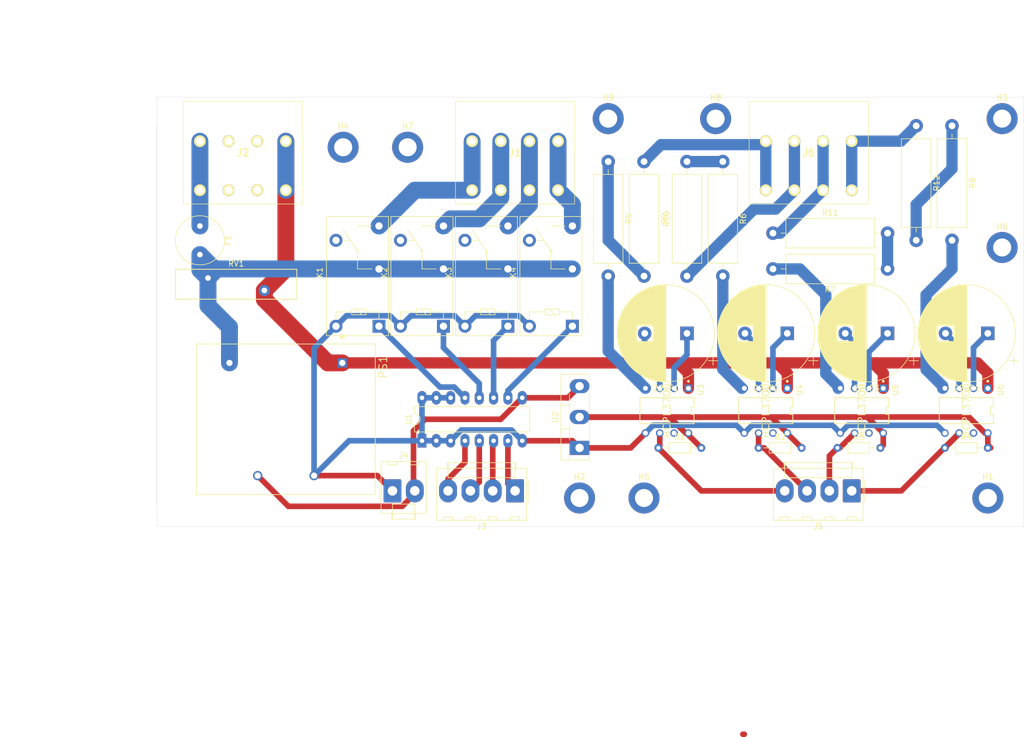
<source format=kicad_pcb>
(kicad_pcb (version 20171130) (host pcbnew "(5.1.6)-1")
  (layers (0 F.Cu signal) (31 B.Cu signal) (34 B.Paste user hide) (35 F.Paste user hide) (36 B.SilkS user hide) (37 F.SilkS user hide) (38 B.Mask user) (39 F.Mask user) (44 Edge.Cuts user))
  (net 0 "")
  (net 1 "220VAC(L)")
  (net 2 "220VAC(N)")
  (net 3 5V+)
  (net 4 "Net-(R5-Pad2)")
  (net 5 "Net-(R6-Pad2)")
  (net 6 3.3V+)
  (net 7 Sens4)
  (net 8 Sens3)
  (net 9 Sens2)
  (net 10 Sens1)
  (net 11 REO4)
  (net 12 REO3)
  (net 13 REO2)
  (net 14 REO1)
  (net 15 GPIO32)
  (net 16 "Net-(22uF1-Pad2)")
  (net 17 "Net-(22uF1-Pad1)")
  (net 18 "Net-(22uF2-Pad2)")
  (net 19 "Net-(22uF2-Pad1)")
  (net 20 "Net-(22uF3-Pad2)")
  (net 21 "Net-(22uF3-Pad1)")
  (net 22 "Net-(22uF4-Pad2)")
  (net 23 "Net-(22uF4-Pad1)")
  (net 24 "Net-(R11-Pad2)")
  (net 25 "Net-(R12-Pad2)")
  (net 26 "GND(5V)")
  (net 27 REI1)
  (net 28 REI2)
  (net 29 REI3)
  (net 30 REI4)
  (net 31 "Net-(F1-Pad1)")
  (net 32 "Net-(J5-Pad4)")
  (net 33 "Net-(J5-Pad3)")
  (net 34 "Net-(J5-Pad2)")
  (net 35 "Net-(J5-Pad1)")
  (net 36 "Net-(J3-Pad4)")
  (net 37 "Net-(J3-Pad3)")
  (net 38 "Net-(J3-Pad2)")
  (net 39 "Net-(J3-Pad1)")
  (net 40 "Net-(R5-Pad1)")
  (net 41 "Net-(R10-Pad2)")
  (net 42 "Net-(R7-Pad2)")
  (net 43 "Net-(R8-Pad2)")
  (module Resistor_THT:R_Axial_DIN0516_L15.5mm_D5.0mm_P20.32mm_Horizontal (layer F.Cu) (at 162.56 16.51 270)
    (fp_text reference R8 (at 10.16 -3.62 90) (layer F.SilkS))
    (fp_text value 47k)
    (pad 2 thru_hole oval (at 20.32 0 270) (size 2.4 2.4) (drill 1.2) (layers *.Cu *.Mask) (net 43 "Net-(R8-Pad2)"))
    (pad 1 thru_hole circle (at 0 0 270) (size 2.4 2.4) (drill 1.2) (layers *.Cu *.Mask) (net 25 "Net-(R12-Pad2)"))
  )
  (module Resistor_THT:R_Axial_DIN0516_L15.5mm_D5.0mm_P20.32mm_Horizontal (layer F.Cu) (at 156.21 16.51 270)
    (fp_text reference R12 (at 10.16 -3.62 90) (layer F.SilkS))
    (fp_text value 47k)
    (pad 2 thru_hole oval (at 20.32 0 270) (size 2.4 2.4) (drill 1.2) (layers *.Cu *.Mask) (net 25 "Net-(R12-Pad2)"))
    (pad 1 thru_hole circle (at 0 0 270) (size 2.4 2.4) (drill 1.2) (layers *.Cu *.Mask) (net 7 Sens4))
  )
  (module Resistor_THT:R_Axial_DIN0516_L15.5mm_D5.0mm_P20.32mm_Horizontal (layer F.Cu) (at 130.81 35.56)
    (fp_text reference R11 (at 10.16 -3.62) (layer F.SilkS))
    (fp_text value 47k)
    (pad 2 thru_hole oval (at 20.32 0) (size 2.4 2.4) (drill 1.2) (layers *.Cu *.Mask) (net 24 "Net-(R11-Pad2)"))
    (pad 1 thru_hole circle (at 0 0) (size 2.4 2.4) (drill 1.2) (layers *.Cu *.Mask) (net 8 Sens3))
  )
  (module Resistor_THT:R_Axial_DIN0516_L15.5mm_D5.0mm_P20.32mm_Horizontal (layer F.Cu) (at 115.57 43.18 90)
    (fp_text reference R10 (at 10.16 -3.62 90) (layer F.SilkS))
    (fp_text value 47k)
    (pad 2 thru_hole oval (at 20.32 0 90) (size 2.4 2.4) (drill 1.2) (layers *.Cu *.Mask) (net 41 "Net-(R10-Pad2)"))
    (pad 1 thru_hole circle (at 0 0 90) (size 2.4 2.4) (drill 1.2) (layers *.Cu *.Mask) (net 9 Sens2))
  )
  (module Resistor_THT:R_Axial_DIN0516_L15.5mm_D5.0mm_P20.32mm_Horizontal (layer F.Cu) (at 107.95 22.86 270)
    (fp_text reference R9 (at 10.16 -3.62 90) (layer F.SilkS))
    (fp_text value 47k)
    (pad 2 thru_hole oval (at 20.32 0 270) (size 2.4 2.4) (drill 1.2) (layers *.Cu *.Mask) (net 40 "Net-(R5-Pad1)"))
    (pad 1 thru_hole circle (at 0 0 270) (size 2.4 2.4) (drill 1.2) (layers *.Cu *.Mask) (net 10 Sens1))
  )
  (module Resistor_THT:R_Axial_DIN0516_L15.5mm_D5.0mm_P20.32mm_Horizontal (layer F.Cu) (at 151.13 41.91 180)
    (fp_text reference R7 (at 10.16 -3.62) (layer F.SilkS))
    (fp_text value 47k)
    (pad 2 thru_hole oval (at 20.32 0 180) (size 2.4 2.4) (drill 1.2) (layers *.Cu *.Mask) (net 42 "Net-(R7-Pad2)"))
    (pad 1 thru_hole circle (at 0 0 180) (size 2.4 2.4) (drill 1.2) (layers *.Cu *.Mask) (net 24 "Net-(R11-Pad2)"))
  )
  (module Resistor_THT:R_Axial_DIN0516_L15.5mm_D5.0mm_P20.32mm_Horizontal (layer F.Cu) (at 121.92 22.86 270)
    (fp_text reference R6 (at 10.16 -3.62 90) (layer F.SilkS))
    (fp_text value 47k)
    (pad 2 thru_hole oval (at 20.32 0 270) (size 2.4 2.4) (drill 1.2) (layers *.Cu *.Mask) (net 5 "Net-(R6-Pad2)"))
    (pad 1 thru_hole circle (at 0 0 270) (size 2.4 2.4) (drill 1.2) (layers *.Cu *.Mask) (net 41 "Net-(R10-Pad2)"))
  )
  (module Resistor_THT:R_Axial_DIN0516_L15.5mm_D5.0mm_P20.32mm_Horizontal (layer F.Cu) (at 101.6 22.86 270)
    (fp_text reference R5 (at 10.16 -3.62 90) (layer F.SilkS))
    (fp_text value 47k)
    (pad 2 thru_hole oval (at 20.32 0 270) (size 2.4 2.4) (drill 1.2) (layers *.Cu *.Mask) (net 4 "Net-(R5-Pad2)"))
    (pad 1 thru_hole circle (at 0 0 270) (size 2.4 2.4) (drill 1.2) (layers *.Cu *.Mask) (net 40 "Net-(R5-Pad1)"))
  )
  (module Package_TO_SOT_THT:TO-218-3_Vertical (layer F.Cu) (at 96.52 73.66 90)
    (fp_text reference U2 (at 5.475 -4.29 90) (layer F.SilkS))
    (fp_text value LD1117S33TR_SOT223)
    (pad 3 thru_hole oval (at 10.95 0 90) (size 2.5 3.5) (drill 1.5) (layers *.Cu *.Mask) (net 3 5V+))
    (pad 2 thru_hole oval (at 5.475 0 90) (size 2.5 3.5) (drill 1.5) (layers *.Cu *.Mask) (net 6 3.3V+))
    (pad 1 thru_hole rect (at 0 0 90) (size 2.5 3.5) (drill 1.5) (layers *.Cu *.Mask) (net 26 "GND(5V)"))
  )
  (module Connector_Molex:Molex_KK-396_A-41791-0004_1x04_P3.96mm_Vertical (layer F.Cu) (at 144.78 81.28 180)
    (fp_text reference J5 (at 5.94 -6.31) (layer F.SilkS))
    (fp_text value Conn_01x04)
    (pad 4 thru_hole oval (at 11.88 0 180) (size 3.16 4.1) (drill 1.7) (layers *.Cu *.Mask) (net 32 "Net-(J5-Pad4)"))
    (pad 3 thru_hole oval (at 7.92 0 180) (size 3.16 4.1) (drill 1.7) (layers *.Cu *.Mask) (net 33 "Net-(J5-Pad3)"))
    (pad 2 thru_hole oval (at 3.96 0 180) (size 3.16 4.1) (drill 1.7) (layers *.Cu *.Mask) (net 34 "Net-(J5-Pad2)"))
    (pad 1 thru_hole roundrect (at 0 0 180) (size 3.16 4.1) (drill 1.7) (layers *.Cu *.Mask) (roundrect_rratio 0.079114) (net 35 "Net-(J5-Pad1)"))
  )
  (module Connector_Molex:Molex_KK-396_A-41791-0004_1x04_P3.96mm_Vertical (layer F.Cu) (at 85.09 81.28 180)
    (fp_text reference J3 (at 5.94 -6.31) (layer F.SilkS))
    (fp_text value Conn_01x04)
    (pad 4 thru_hole oval (at 11.88 0 180) (size 3.16 4.1) (drill 1.7) (layers *.Cu *.Mask) (net 36 "Net-(J3-Pad4)"))
    (pad 3 thru_hole oval (at 7.92 0 180) (size 3.16 4.1) (drill 1.7) (layers *.Cu *.Mask) (net 37 "Net-(J3-Pad3)"))
    (pad 2 thru_hole oval (at 3.96 0 180) (size 3.16 4.1) (drill 1.7) (layers *.Cu *.Mask) (net 38 "Net-(J3-Pad2)"))
    (pad 1 thru_hole roundrect (at 0 0 180) (size 3.16 4.1) (drill 1.7) (layers *.Cu *.Mask) (roundrect_rratio 0.079114) (net 39 "Net-(J3-Pad1)"))
  )
  (module Connector_Molex:Molex_KK-396_A-41791-0002_1x02_P3.96mm_Vertical (layer F.Cu) (at 63.35 81.28)
    (fp_text reference J4 (at 1.98 -6.31) (layer F.SilkS))
    (fp_text value Conn_01x02)
    (pad 2 thru_hole oval (at 3.96 0) (size 3.16 4.1) (drill 1.7) (layers *.Cu *.Mask) (net 3 5V+))
    (pad 1 thru_hole roundrect (at 0 0) (size 3.16 4.1) (drill 1.7) (layers *.Cu *.Mask) (roundrect_rratio 0.079114) (net 26 "GND(5V)"))
  )
  (module Capacitor_THT:CP_Radial_D17.0mm_P7.50mm (layer F.Cu) (at 151.13 53.34 180)
    (fp_text reference 22uF3 (at 3.75 -9.75) (layer F.SilkS))
    (fp_text value CP_Small)
    (pad 2 thru_hole circle (at 7.5 0 180) (size 2.4 2.4) (drill 1.2) (layers *.Cu *.Mask) (net 20 "Net-(22uF3-Pad2)"))
    (pad 1 thru_hole rect (at 0 0 180) (size 2.4 2.4) (drill 1.2) (layers *.Cu *.Mask) (net 21 "Net-(22uF3-Pad1)"))
  )
  (module Capacitor_THT:CP_Radial_D17.0mm_P7.50mm (layer F.Cu) (at 168.91 53.34 180)
    (fp_text reference 22uF4 (at 3.75 -9.75) (layer F.SilkS))
    (fp_text value CP_Small)
    (pad 2 thru_hole circle (at 7.5 0 180) (size 2.4 2.4) (drill 1.2) (layers *.Cu *.Mask) (net 22 "Net-(22uF4-Pad2)"))
    (pad 1 thru_hole rect (at 0 0 180) (size 2.4 2.4) (drill 1.2) (layers *.Cu *.Mask) (net 23 "Net-(22uF4-Pad1)"))
  )
  (module Capacitor_THT:CP_Radial_D17.0mm_P7.50mm (layer F.Cu) (at 133.35 53.34 180)
    (fp_text reference 22uF2 (at 3.75 -9.75) (layer F.SilkS))
    (fp_text value CP_Small)
    (pad 2 thru_hole circle (at 7.5 0 180) (size 2.4 2.4) (drill 1.2) (layers *.Cu *.Mask) (net 18 "Net-(22uF2-Pad2)"))
    (pad 1 thru_hole rect (at 0 0 180) (size 2.4 2.4) (drill 1.2) (layers *.Cu *.Mask) (net 19 "Net-(22uF2-Pad1)"))
  )
  (module Capacitor_THT:CP_Radial_D17.0mm_P7.50mm (layer F.Cu) (at 115.57 53.34 180)
    (fp_text reference 22uF1 (at 3.75 -9.75) (layer F.SilkS))
    (fp_text value CP_Small)
    (pad 2 thru_hole circle (at 7.5 0 180) (size 2.4 2.4) (drill 1.2) (layers *.Cu *.Mask) (net 16 "Net-(22uF1-Pad2)"))
    (pad 1 thru_hole rect (at 0 0 180) (size 2.4 2.4) (drill 1.2) (layers *.Cu *.Mask) (net 17 "Net-(22uF1-Pad1)"))
  )
  (module rac05-05sk:277 (layer F.Cu) (at 44.45 68.58 270)
    (fp_text reference PS1 (at -9.255 -17.239 90) (layer F.SilkS) (effects (font (size 1.4 1.4))))
    (fp_text value RAC05-05SK_277)
    (pad 9 thru_hole circle (at 10 -5 270) (size 1.65 1.65) (drill 1.1) (layers *.Cu *.Mask) (net 26 "GND(5V)"))
    (pad 7 thru_hole circle (at 10 5 270) (size 1.65 1.65) (drill 1.1) (layers *.Cu *.Mask) (net 3 5V+))
    (pad 5 thru_hole circle (at -10 10 270) (size 1.65 1.65) (drill 1.1) (layers *.Cu *.Mask) (net 1 "220VAC(L)"))
    (pad 1 thru_hole rect (at -10 -10 270) (size 1.65 1.65) (drill 1.1) (layers *.Cu *.Mask) (net 2 "220VAC(N)"))
  )
  (module HCPL:ON_Semi-CASE_62605_ISSUE_P-0-0-0 (layer F.Cu) (at 165.1 67.056 270)
    (fp_text reference U6 (at -4.77 -5.995 90) (layer F.SilkS) (effects (justify right)))
    (fp_text value HCPL3700 (at 0 0 90) (layer F.SilkS) (effects (font (size 1.27 1.27))))
    (pad 8 thru_hole circle (at 3.97 -3.81 270) (size 1.35 1.35) (drill 0.85) (layers *.Cu) (net 6 3.3V+))
    (pad 7 thru_hole circle (at 3.97 -1.27 270) (size 1.35 1.35) (drill 0.85) (layers *.Cu))
    (pad 6 thru_hole circle (at 3.97 1.27 270) (size 1.35 1.35) (drill 0.85) (layers *.Cu) (net 35 "Net-(J5-Pad1)"))
    (pad 5 thru_hole circle (at 3.97 3.81 270) (size 1.35 1.35) (drill 0.85) (layers *.Cu) (net 26 "GND(5V)"))
    (pad 4 thru_hole circle (at -3.97 3.81 270) (size 1.35 1.35) (drill 0.85) (layers *.Cu) (net 43 "Net-(R8-Pad2)"))
    (pad 3 thru_hole circle (at -3.97 1.27 270) (size 1.35 1.35) (drill 0.85) (layers *.Cu) (net 22 "Net-(22uF4-Pad2)"))
    (pad 2 thru_hole circle (at -3.97 -1.27 270) (size 1.35 1.35) (drill 0.85) (layers *.Cu) (net 23 "Net-(22uF4-Pad1)"))
    (pad 1 thru_hole rect (at -3.97 -3.81 270) (size 1.35 1.35) (drill 0.85) (layers *.Cu) (net 2 "220VAC(N)"))
  )
  (module HCPL:ON_Semi-CASE_62605_ISSUE_P-0-0-0 (layer F.Cu) (at 146.558 67.056 270)
    (fp_text reference U5 (at -4.77 -5.995 90) (layer F.SilkS) (effects (justify right)))
    (fp_text value HCPL3700 (at 0 0 90) (layer F.SilkS) (effects (font (size 1.27 1.27))))
    (pad 8 thru_hole circle (at 3.97 -3.81 270) (size 1.35 1.35) (drill 0.85) (layers *.Cu) (net 6 3.3V+))
    (pad 7 thru_hole circle (at 3.97 -1.27 270) (size 1.35 1.35) (drill 0.85) (layers *.Cu))
    (pad 6 thru_hole circle (at 3.97 1.27 270) (size 1.35 1.35) (drill 0.85) (layers *.Cu) (net 34 "Net-(J5-Pad2)"))
    (pad 5 thru_hole circle (at 3.97 3.81 270) (size 1.35 1.35) (drill 0.85) (layers *.Cu) (net 26 "GND(5V)"))
    (pad 4 thru_hole circle (at -3.97 3.81 270) (size 1.35 1.35) (drill 0.85) (layers *.Cu) (net 42 "Net-(R7-Pad2)"))
    (pad 3 thru_hole circle (at -3.97 1.27 270) (size 1.35 1.35) (drill 0.85) (layers *.Cu) (net 20 "Net-(22uF3-Pad2)"))
    (pad 2 thru_hole circle (at -3.97 -1.27 270) (size 1.35 1.35) (drill 0.85) (layers *.Cu) (net 21 "Net-(22uF3-Pad1)"))
    (pad 1 thru_hole rect (at -3.97 -3.81 270) (size 1.35 1.35) (drill 0.85) (layers *.Cu) (net 2 "220VAC(N)"))
  )
  (module HCPL:ON_Semi-CASE_62605_ISSUE_P-0-0-0 (layer F.Cu) (at 129.54 67.056 270)
    (fp_text reference U4 (at -4.77 -5.995 90) (layer F.SilkS) (effects (justify right)))
    (fp_text value HCPL3700 (at 0 0 90) (layer F.SilkS) (effects (font (size 1.27 1.27))))
    (pad 8 thru_hole circle (at 3.97 -3.81 270) (size 1.35 1.35) (drill 0.85) (layers *.Cu) (net 6 3.3V+))
    (pad 7 thru_hole circle (at 3.97 -1.27 270) (size 1.35 1.35) (drill 0.85) (layers *.Cu))
    (pad 6 thru_hole circle (at 3.97 1.27 270) (size 1.35 1.35) (drill 0.85) (layers *.Cu) (net 33 "Net-(J5-Pad3)"))
    (pad 5 thru_hole circle (at 3.97 3.81 270) (size 1.35 1.35) (drill 0.85) (layers *.Cu) (net 26 "GND(5V)"))
    (pad 4 thru_hole circle (at -3.97 3.81 270) (size 1.35 1.35) (drill 0.85) (layers *.Cu) (net 5 "Net-(R6-Pad2)"))
    (pad 3 thru_hole circle (at -3.97 1.27 270) (size 1.35 1.35) (drill 0.85) (layers *.Cu) (net 18 "Net-(22uF2-Pad2)"))
    (pad 2 thru_hole circle (at -3.97 -1.27 270) (size 1.35 1.35) (drill 0.85) (layers *.Cu) (net 19 "Net-(22uF2-Pad1)"))
    (pad 1 thru_hole rect (at -3.97 -3.81 270) (size 1.35 1.35) (drill 0.85) (layers *.Cu) (net 2 "220VAC(N)"))
  )
  (module HCPL:ON_Semi-CASE_62605_ISSUE_P-0-0-0 (layer F.Cu) (at 112.014 67.056 270)
    (fp_text reference U3 (at -4.77 -5.995 90) (layer F.SilkS) (effects (justify right)))
    (fp_text value HCPL3700 (at 0 0 90) (layer F.SilkS) (effects (font (size 1.27 1.27))))
    (pad 8 thru_hole circle (at 3.97 -3.81 270) (size 1.35 1.35) (drill 0.85) (layers *.Cu) (net 6 3.3V+))
    (pad 7 thru_hole circle (at 3.97 -1.27 270) (size 1.35 1.35) (drill 0.85) (layers *.Cu))
    (pad 6 thru_hole circle (at 3.97 1.27 270) (size 1.35 1.35) (drill 0.85) (layers *.Cu) (net 32 "Net-(J5-Pad4)"))
    (pad 5 thru_hole circle (at 3.97 3.81 270) (size 1.35 1.35) (drill 0.85) (layers *.Cu) (net 26 "GND(5V)"))
    (pad 4 thru_hole circle (at -3.97 3.81 270) (size 1.35 1.35) (drill 0.85) (layers *.Cu) (net 4 "Net-(R5-Pad2)"))
    (pad 3 thru_hole circle (at -3.97 1.27 270) (size 1.35 1.35) (drill 0.85) (layers *.Cu) (net 16 "Net-(22uF1-Pad2)"))
    (pad 2 thru_hole circle (at -3.97 -1.27 270) (size 1.35 1.35) (drill 0.85) (layers *.Cu) (net 17 "Net-(22uF1-Pad1)"))
    (pad 1 thru_hole rect (at -3.97 -3.81 270) (size 1.35 1.35) (drill 0.85) (layers *.Cu) (net 2 "220VAC(N)"))
  )
  (module Resistor_THT:R_Axial_DIN0204_L3.6mm_D1.6mm_P7.62mm_Horizontal (layer F.Cu) (at 142.24 73.66)
    (fp_text reference R3 (at 3.81 -1.92) (layer F.SilkS))
    (fp_text value 10K)
    (pad 2 thru_hole oval (at 7.62 0) (size 1.4 1.4) (drill 0.7) (layers *.Cu *.Mask) (net 6 3.3V+))
    (pad 1 thru_hole circle (at 0 0) (size 1.4 1.4) (drill 0.7) (layers *.Cu *.Mask) (net 34 "Net-(J5-Pad2)"))
  )
  (module Resistor_THT:R_Axial_DIN0204_L3.6mm_D1.6mm_P7.62mm_Horizontal (layer F.Cu) (at 128.27 73.66)
    (fp_text reference R2 (at 3.81 -1.92) (layer F.SilkS))
    (fp_text value 10K)
    (pad 2 thru_hole oval (at 7.62 0) (size 1.4 1.4) (drill 0.7) (layers *.Cu *.Mask) (net 6 3.3V+))
    (pad 1 thru_hole circle (at 0 0) (size 1.4 1.4) (drill 0.7) (layers *.Cu *.Mask) (net 33 "Net-(J5-Pad3)"))
  )
  (module Resistor_THT:R_Axial_DIN0204_L3.6mm_D1.6mm_P7.62mm_Horizontal (layer F.Cu) (at 110.49 73.66)
    (fp_text reference R1 (at 3.81 -1.92) (layer F.SilkS))
    (fp_text value 10K)
    (pad 2 thru_hole oval (at 7.62 0) (size 1.4 1.4) (drill 0.7) (layers *.Cu *.Mask) (net 6 3.3V+))
    (pad 1 thru_hole circle (at 0 0) (size 1.4 1.4) (drill 0.7) (layers *.Cu *.Mask) (net 32 "Net-(J5-Pad4)"))
  )
  (module Resistor_THT:R_Axial_DIN0204_L3.6mm_D1.6mm_P7.62mm_Horizontal (layer F.Cu) (at 161.29 73.66)
    (fp_text reference R4 (at 3.81 -1.92) (layer F.SilkS))
    (fp_text value 10K)
    (pad 2 thru_hole oval (at 7.62 0) (size 1.4 1.4) (drill 0.7) (layers *.Cu *.Mask) (net 6 3.3V+))
    (pad 1 thru_hole circle (at 0 0) (size 1.4 1.4) (drill 0.7) (layers *.Cu *.Mask) (net 35 "Net-(J5-Pad1)"))
  )
  (module MountingHole:MountingHole_3.2mm_M3_ISO14580_Pad (layer F.Cu) (at 101.6 15.24)
    (fp_text reference H9 (at 0 -3.75) (layer F.SilkS))
    (fp_text value MountingHole_Pad)
    (pad 1 thru_hole circle (at 0 0) (size 5.5 5.5) (drill 3.2) (layers *.Cu *.Mask))
  )
  (module MountingHole:MountingHole_3.2mm_M3_ISO14580_Pad (layer F.Cu) (at 120.65 15.24)
    (fp_text reference H8 (at 0 -3.75) (layer F.SilkS))
    (fp_text value MountingHole_Pad)
    (pad 1 thru_hole circle (at 0 0) (size 5.5 5.5) (drill 3.2) (layers *.Cu *.Mask))
  )
  (module MountingHole:MountingHole_3.2mm_M3_ISO14580_Pad (layer F.Cu) (at 66.04 20.32)
    (fp_text reference H7 (at 0 -3.75) (layer F.SilkS))
    (fp_text value MountingHole_Pad)
    (pad 1 thru_hole circle (at 0 0) (size 5.5 5.5) (drill 3.2) (layers *.Cu *.Mask))
  )
  (module MountingHole:MountingHole_3.2mm_M3_ISO14580_Pad (layer F.Cu) (at 171.45 15.24)
    (fp_text reference H3 (at 0 -3.75) (layer F.SilkS))
    (fp_text value MountingHole_Pad)
    (pad 1 thru_hole circle (at 0 0) (size 5.5 5.5) (drill 3.2) (layers *.Cu *.Mask))
  )
  (module MountingHole:MountingHole_3.2mm_M3_ISO14580_Pad (layer F.Cu) (at 171.45 38.1)
    (fp_text reference H6 (at 0 -3.75) (layer F.SilkS))
    (fp_text value MountingHole_Pad)
    (pad 1 thru_hole circle (at 0 0) (size 5.5 5.5) (drill 3.2) (layers *.Cu *.Mask))
  )
  (module MountingHole:MountingHole_3.2mm_M3_ISO14580_Pad (layer F.Cu) (at 96.52 82.55)
    (fp_text reference H2 (at 0 -3.75) (layer F.SilkS))
    (fp_text value MountingHole_Pad)
    (pad 1 thru_hole circle (at 0 0) (size 5.5 5.5) (drill 3.2) (layers *.Cu *.Mask))
  )
  (module MountingHole:MountingHole_3.2mm_M3_ISO14580_Pad (layer F.Cu) (at 107.95 82.55)
    (fp_text reference H5 (at 0 -3.75) (layer F.SilkS))
    (fp_text value MountingHole_Pad)
    (pad 1 thru_hole circle (at 0 0) (size 5.5 5.5) (drill 3.2) (layers *.Cu *.Mask))
  )
  (module MountingHole:MountingHole_3.2mm_M3_ISO14580_Pad (layer F.Cu) (at 168.91 82.55)
    (fp_text reference H1 (at 0 -3.75) (layer F.SilkS))
    (fp_text value MountingHole_Pad)
    (pad 1 thru_hole circle (at 0 0) (size 5.5 5.5) (drill 3.2) (layers *.Cu *.Mask))
  )
  (module MountingHole:MountingHole_3.2mm_M3_ISO14580_Pad (layer F.Cu) (at 54.61 20.32)
    (fp_text reference H4 (at 0 -3.75) (layer F.SilkS))
    (fp_text value MountingHole_Pad)
    (pad 1 thru_hole circle (at 0 0) (size 5.5 5.5) (drill 3.2) (layers *.Cu *.Mask))
  )
  (module Varistor:RV_Disc_D21.5mm_W5.3mm_P10mm (layer F.Cu) (at 40.64 45.72 180)
    (fp_text reference RV1 (at 5 4.75) (layer F.SilkS))
    (fp_text value Varistor)
    (pad 2 thru_hole circle (at 10 2.2 180) (size 2 2) (drill 1) (layers *.Cu *.Mask) (net 1 "220VAC(L)"))
    (pad 1 thru_hole circle (at 0 0 180) (size 2 2) (drill 1) (layers *.Cu *.Mask) (net 2 "220VAC(N)"))
  )
  (module Fuse:Fuse_Littelfuse_372_D8.50mm (layer F.Cu) (at 29.21 34.29 270)
    (fp_text reference F1 (at 2.54 -5 90) (layer F.SilkS))
    (fp_text value Fuse)
    (pad 2 thru_hole circle (at 5.08 0 270) (size 2 2) (drill 1) (layers *.Cu *.Mask) (net 1 "220VAC(L)"))
    (pad 1 thru_hole circle (at 0 0 270) (size 2 2) (drill 1) (layers *.Cu *.Mask) (net 31 "Net-(F1-Pad1)"))
  )
  (module Relay_THT:Relay_SPDT_Omron-G5Q-1 (layer F.Cu) (at 60.96 52.07 90)
    (fp_text reference K1 (at 9.5 -10.5 270) (layer F.SilkS))
    (fp_text value G5Q-1)
    (pad 5 thru_hole circle (at 0 -7.62 270) (size 2.3 2.3) (drill 1.3) (layers *.Cu *.Mask) (net 26 "GND(5V)"))
    (pad 4 thru_hole circle (at 15.24 -7.62 270) (size 2.3 2.3) (drill 1.3) (layers *.Cu *.Mask))
    (pad 3 thru_hole circle (at 17.78 0 270) (size 2.3 2.3) (drill 1.3) (layers *.Cu *.Mask) (net 14 REO1))
    (pad 2 thru_hole circle (at 10.16 0 270) (size 2.3 2.3) (drill 1.3) (layers *.Cu *.Mask) (net 1 "220VAC(L)"))
    (pad 1 thru_hole rect (at 0 0 270) (size 2.3 2.3) (drill 1.3) (layers *.Cu *.Mask) (net 27 REI1))
  )
  (module Relay_THT:Relay_SPDT_Omron-G5Q-1 (layer F.Cu) (at 72.39 52.07 90)
    (fp_text reference K2 (at 9.5 -10.5 270) (layer F.SilkS))
    (fp_text value G5Q-1)
    (pad 5 thru_hole circle (at 0 -7.62 270) (size 2.3 2.3) (drill 1.3) (layers *.Cu *.Mask) (net 26 "GND(5V)"))
    (pad 4 thru_hole circle (at 15.24 -7.62 270) (size 2.3 2.3) (drill 1.3) (layers *.Cu *.Mask))
    (pad 3 thru_hole circle (at 17.78 0 270) (size 2.3 2.3) (drill 1.3) (layers *.Cu *.Mask) (net 13 REO2))
    (pad 2 thru_hole circle (at 10.16 0 270) (size 2.3 2.3) (drill 1.3) (layers *.Cu *.Mask) (net 1 "220VAC(L)"))
    (pad 1 thru_hole rect (at 0 0 270) (size 2.3 2.3) (drill 1.3) (layers *.Cu *.Mask) (net 28 REI2))
  )
  (module Relay_THT:Relay_SPDT_Omron-G5Q-1 (layer F.Cu) (at 95.25 52.07 90)
    (fp_text reference K4 (at 9.5 -10.5 270) (layer F.SilkS))
    (fp_text value G5Q-1)
    (pad 5 thru_hole circle (at 0 -7.62 270) (size 2.3 2.3) (drill 1.3) (layers *.Cu *.Mask) (net 26 "GND(5V)"))
    (pad 4 thru_hole circle (at 15.24 -7.62 270) (size 2.3 2.3) (drill 1.3) (layers *.Cu *.Mask))
    (pad 3 thru_hole circle (at 17.78 0 270) (size 2.3 2.3) (drill 1.3) (layers *.Cu *.Mask) (net 11 REO4))
    (pad 2 thru_hole circle (at 10.16 0 270) (size 2.3 2.3) (drill 1.3) (layers *.Cu *.Mask) (net 1 "220VAC(L)"))
    (pad 1 thru_hole rect (at 0 0 270) (size 2.3 2.3) (drill 1.3) (layers *.Cu *.Mask) (net 30 REI4))
  )
  (module Relay_THT:Relay_SPDT_Omron-G5Q-1 (layer F.Cu) (at 83.82 52.07 90)
    (fp_text reference K3 (at 9.5 -10.5 270) (layer F.SilkS))
    (fp_text value G5Q-1)
    (pad 5 thru_hole circle (at 0 -7.62 270) (size 2.3 2.3) (drill 1.3) (layers *.Cu *.Mask) (net 26 "GND(5V)"))
    (pad 4 thru_hole circle (at 15.24 -7.62 270) (size 2.3 2.3) (drill 1.3) (layers *.Cu *.Mask))
    (pad 3 thru_hole circle (at 17.78 0 270) (size 2.3 2.3) (drill 1.3) (layers *.Cu *.Mask) (net 12 REO3))
    (pad 2 thru_hole circle (at 10.16 0 270) (size 2.3 2.3) (drill 1.3) (layers *.Cu *.Mask) (net 1 "220VAC(L)"))
    (pad 1 thru_hole rect (at 0 0 270) (size 2.3 2.3) (drill 1.3) (layers *.Cu *.Mask) (net 29 REI3))
  )
  (module Package_DIP:DIP-16_W7.62mm_LongPads (layer F.Cu) (at 68.58 72.39 90)
    (fp_text reference U1 (at 3.81 -2.33 90) (layer F.SilkS))
    (fp_text value ULN2003A)
    (pad 1 thru_hole rect (at 0 0 90) (size 2.4 1.6) (drill 0.8) (layers *.Cu *.Mask) (net 26 "GND(5V)"))
    (pad 9 thru_hole oval (at 7.62 17.78 90) (size 2.4 1.6) (drill 0.8) (layers *.Cu *.Mask) (net 3 5V+))
    (pad 2 thru_hole oval (at 0 2.54 90) (size 2.4 1.6) (drill 0.8) (layers *.Cu *.Mask) (net 26 "GND(5V)"))
    (pad 10 thru_hole oval (at 7.62 15.24 90) (size 2.4 1.6) (drill 0.8) (layers *.Cu *.Mask) (net 30 REI4))
    (pad 3 thru_hole oval (at 0 5.08 90) (size 2.4 1.6) (drill 0.8) (layers *.Cu *.Mask) (net 26 "GND(5V)"))
    (pad 11 thru_hole oval (at 7.62 12.7 90) (size 2.4 1.6) (drill 0.8) (layers *.Cu *.Mask) (net 29 REI3))
    (pad 4 thru_hole oval (at 0 7.62 90) (size 2.4 1.6) (drill 0.8) (layers *.Cu *.Mask) (net 36 "Net-(J3-Pad4)"))
    (pad 12 thru_hole oval (at 7.62 10.16 90) (size 2.4 1.6) (drill 0.8) (layers *.Cu *.Mask) (net 28 REI2))
    (pad 5 thru_hole oval (at 0 10.16 90) (size 2.4 1.6) (drill 0.8) (layers *.Cu *.Mask) (net 37 "Net-(J3-Pad3)"))
    (pad 13 thru_hole oval (at 7.62 7.62 90) (size 2.4 1.6) (drill 0.8) (layers *.Cu *.Mask) (net 27 REI1))
    (pad 6 thru_hole oval (at 0 12.7 90) (size 2.4 1.6) (drill 0.8) (layers *.Cu *.Mask) (net 38 "Net-(J3-Pad2)"))
    (pad 14 thru_hole oval (at 7.62 5.08 90) (size 2.4 1.6) (drill 0.8) (layers *.Cu *.Mask) (net 26 "GND(5V)"))
    (pad 7 thru_hole oval (at 0 15.24 90) (size 2.4 1.6) (drill 0.8) (layers *.Cu *.Mask) (net 39 "Net-(J3-Pad1)"))
    (pad 15 thru_hole oval (at 7.62 2.54 90) (size 2.4 1.6) (drill 0.8) (layers *.Cu *.Mask) (net 26 "GND(5V)"))
    (pad 8 thru_hole oval (at 0 17.78 90) (size 2.4 1.6) (drill 0.8) (layers *.Cu *.Mask) (net 26 "GND(5V)"))
    (pad 16 thru_hole oval (at 7.62 0 90) (size 2.4 1.6) (drill 0.8) (layers *.Cu *.Mask) (net 26 "GND(5V)"))
  )
  (module Phoenix_Conn:1017505 (layer F.Cu) (at 144.78 27.94 180)
    (fp_text reference J6 (at 7.62 6.65) (layer F.SilkS) (effects (font (size 1.27 1.27) (thickness 0.254))))
    (fp_text value 1017505 hide)
    (pad 8 thru_hole circle (at 15.24 8.7 270) (size 2.1 2.1) (drill 1.4) (layers *.Cu *.Mask F.SilkS) (net 10 Sens1))
    (pad 7 thru_hole circle (at 15.24 0 270) (size 2.1 2.1) (drill 1.4) (layers *.Cu *.Mask F.SilkS) (net 10 Sens1))
    (pad 6 thru_hole circle (at 10.16 8.7 270) (size 2.1 2.1) (drill 1.4) (layers *.Cu *.Mask F.SilkS) (net 9 Sens2))
    (pad 5 thru_hole circle (at 10.16 0 270) (size 2.1 2.1) (drill 1.4) (layers *.Cu *.Mask F.SilkS) (net 9 Sens2))
    (pad 4 thru_hole circle (at 5.08 8.7 270) (size 2.1 2.1) (drill 1.4) (layers *.Cu *.Mask F.SilkS) (net 8 Sens3))
    (pad 3 thru_hole circle (at 5.08 0 270) (size 2.1 2.1) (drill 1.4) (layers *.Cu *.Mask F.SilkS) (net 8 Sens3))
    (pad 2 thru_hole circle (at 0 8.7 270) (size 2.1 2.1) (drill 1.4) (layers *.Cu *.Mask F.SilkS) (net 7 Sens4))
    (pad 1 thru_hole circle (at 0 0 270) (size 2.1 2.1) (drill 1.4) (layers *.Cu *.Mask F.SilkS) (net 7 Sens4))
  )
  (module Phoenix_Conn:1017505 (layer F.Cu) (at 44.45 27.94 180)
    (fp_text reference J2 (at 7.62 6.65) (layer F.SilkS) (effects (font (size 1.27 1.27) (thickness 0.254))))
    (fp_text value 1017505 hide)
    (pad 8 thru_hole circle (at 15.24 8.7 270) (size 2.1 2.1) (drill 1.4) (layers *.Cu *.Mask F.SilkS) (net 31 "Net-(F1-Pad1)"))
    (pad 7 thru_hole circle (at 15.24 0 270) (size 2.1 2.1) (drill 1.4) (layers *.Cu *.Mask F.SilkS) (net 31 "Net-(F1-Pad1)"))
    (pad 6 thru_hole circle (at 10.16 8.7 270) (size 2.1 2.1) (drill 1.4) (layers *.Cu *.Mask F.SilkS))
    (pad 5 thru_hole circle (at 10.16 0 270) (size 2.1 2.1) (drill 1.4) (layers *.Cu *.Mask F.SilkS))
    (pad 4 thru_hole circle (at 5.08 8.7 270) (size 2.1 2.1) (drill 1.4) (layers *.Cu *.Mask F.SilkS))
    (pad 3 thru_hole circle (at 5.08 0 270) (size 2.1 2.1) (drill 1.4) (layers *.Cu *.Mask F.SilkS))
    (pad 2 thru_hole circle (at 0 8.7 270) (size 2.1 2.1) (drill 1.4) (layers *.Cu *.Mask F.SilkS) (net 2 "220VAC(N)"))
    (pad 1 thru_hole circle (at 0 0 270) (size 2.1 2.1) (drill 1.4) (layers *.Cu *.Mask F.SilkS) (net 2 "220VAC(N)"))
  )
  (module Phoenix_Conn:1017505 (layer F.Cu) (at 92.71 27.94 180)
    (fp_text reference J1 (at 7.62 6.65) (layer F.SilkS) (effects (font (size 1.27 1.27) (thickness 0.254))))
    (fp_text value 1017505 hide)
    (pad 8 thru_hole circle (at 15.24 8.7 270) (size 2.1 2.1) (drill 1.4) (layers *.Cu *.Mask F.SilkS) (net 14 REO1))
    (pad 7 thru_hole circle (at 15.24 0 270) (size 2.1 2.1) (drill 1.4) (layers *.Cu *.Mask F.SilkS) (net 14 REO1))
    (pad 6 thru_hole circle (at 10.16 8.7 270) (size 2.1 2.1) (drill 1.4) (layers *.Cu *.Mask F.SilkS) (net 13 REO2))
    (pad 5 thru_hole circle (at 10.16 0 270) (size 2.1 2.1) (drill 1.4) (layers *.Cu *.Mask F.SilkS) (net 13 REO2))
    (pad 4 thru_hole circle (at 5.08 8.7 270) (size 2.1 2.1) (drill 1.4) (layers *.Cu *.Mask F.SilkS) (net 12 REO3))
    (pad 3 thru_hole circle (at 5.08 0 270) (size 2.1 2.1) (drill 1.4) (layers *.Cu *.Mask F.SilkS) (net 12 REO3))
    (pad 2 thru_hole circle (at 0 8.7 270) (size 2.1 2.1) (drill 1.4) (layers *.Cu *.Mask F.SilkS) (net 11 REO4))
    (pad 1 thru_hole circle (at 0 0 270) (size 2.1 2.1) (drill 1.4) (layers *.Cu *.Mask F.SilkS) (net 11 REO4))
  )
  (gr_line (start 21.59 87.63) (end 21.59 11.43) (layer Edge.Cuts) (width 0.05))
  (gr_line (start 175.26 11.43) (end 21.59 11.43) (layer Edge.Cuts) (width 0.05))
  (gr_line (start 21.59 87.63) (end 175.26 87.63) (layer Edge.Cuts) (width 0.05))
  (gr_line (start 175.26 87.63) (end 175.26 11.43) (layer Edge.Cuts) (width 0.05))
  (gr_line (start 21.59 16.51) (end 21.59 83.82) (layer Edge.Cuts) (width 0.05))
  (segment (start 29.21 42.09) (end 30.64 43.52) (width 3) (layer B.Cu) (net 1))
  (segment (start 29.21 39.37) (end 29.21 42.09) (width 3) (layer B.Cu) (net 1))
  (segment (start 30.64 43.52) (end 32.25 41.91) (width 3) (layer B.Cu) (net 1))
  (segment (start 31.75 41.91) (end 32.25 41.91) (width 3) (layer B.Cu) (net 1))
  (segment (start 29.21 39.37) (end 31.75 41.91) (width 3) (layer B.Cu) (net 1))
  (segment (start 30.64 43.52) (end 30.64 48.42) (width 3) (layer B.Cu) (net 1))
  (segment (start 34.45 52.23) (end 34.45 58.58) (width 3) (layer B.Cu) (net 1))
  (segment (start 30.64 48.42) (end 34.45 52.23) (width 3) (layer B.Cu) (net 1))
  (segment (start 31.75 41.91) (end 95.25 41.91) (width 3) (layer B.Cu) (net 1))
  (segment (start 44.45 19.24) (end 44.45 27.94) (width 3) (layer B.Cu) (net 2))
  (segment (start 44.45 41.91) (end 40.64 45.72) (width 3) (layer F.Cu) (net 2))
  (segment (start 44.45 19.24) (end 44.45 41.91) (width 3) (layer F.Cu) (net 2))
  (segment (start 40.64 47.31) (end 51.91 58.58) (width 3) (layer F.Cu) (net 2))
  (segment (start 40.64 45.72) (end 40.64 47.31) (width 3) (layer F.Cu) (net 2))
  (segment (start 51.91 58.58) (end 54.45 58.58) (width 3) (layer F.Cu) (net 2))
  (segment (start 115.824 60.411) (end 115.824 63.086) (width 2) (layer F.Cu) (net 2))
  (segment (start 113.993 58.58) (end 115.824 60.411) (width 2) (layer F.Cu) (net 2))
  (segment (start 131.519 58.58) (end 133.35 60.411) (width 2) (layer F.Cu) (net 2))
  (segment (start 111.92 58.58) (end 131.519 58.58) (width 2) (layer F.Cu) (net 2))
  (segment (start 133.35 60.411) (end 133.35 63.086) (width 2) (layer F.Cu) (net 2))
  (segment (start 111.92 58.58) (end 113.993 58.58) (width 2) (layer F.Cu) (net 2))
  (segment (start 54.45 58.58) (end 111.92 58.58) (width 2) (layer F.Cu) (net 2))
  (segment (start 150.368 60.411) (end 150.368 63.086) (width 2) (layer F.Cu) (net 2))
  (segment (start 148.537 58.58) (end 150.368 60.411) (width 2) (layer F.Cu) (net 2))
  (segment (start 131.519 58.58) (end 148.537 58.58) (width 2) (layer F.Cu) (net 2))
  (segment (start 168.91 60.411) (end 168.91 63.086) (width 2) (layer F.Cu) (net 2))
  (segment (start 167.079 58.58) (end 168.91 60.411) (width 2) (layer F.Cu) (net 2))
  (segment (start 148.537 58.58) (end 167.079 58.58) (width 2) (layer F.Cu) (net 2))
  (segment (start 67.079999 70.629999) (end 69.129998 68.58) (width 1) (layer F.Cu) (net 3))
  (segment (start 82.55 68.58) (end 86.36 64.77) (width 1) (layer F.Cu) (net 3))
  (segment (start 69.129998 68.58) (end 82.55 68.58) (width 1) (layer F.Cu) (net 3))
  (segment (start 94.46 64.77) (end 96.52 62.71) (width 1) (layer F.Cu) (net 3))
  (segment (start 86.36 64.77) (end 94.46 64.77) (width 1) (layer F.Cu) (net 3))
  (segment (start 67.079999 81.049999) (end 67.079999 70.629999) (width 1) (layer F.Cu) (net 3))
  (segment (start 67.31 81.28) (end 67.079999 81.049999) (width 1) (layer F.Cu) (net 3))
  (segment (start 67.31 81.79352) (end 67.31 81.28) (width 1) (layer F.Cu) (net 3))
  (segment (start 65.07351 84.03001) (end 67.31 81.79352) (width 1) (layer F.Cu) (net 3))
  (segment (start 44.90001 84.03001) (end 65.07351 84.03001) (width 1) (layer F.Cu) (net 3))
  (segment (start 39.45 78.58) (end 44.90001 84.03001) (width 1) (layer F.Cu) (net 3))
  (segment (start 101.6 56.482) (end 107.014 61.896) (width 2) (layer B.Cu) (net 4))
  (segment (start 101.6 43.18) (end 101.6 56.482) (width 2) (layer B.Cu) (net 4))
  (segment (start 104.14 59.022) (end 107.014 61.896) (width 2) (layer B.Cu) (net 4))
  (segment (start 107.014 61.896) (end 108.204 63.086) (width 2) (layer B.Cu) (net 4))
  (segment (start 125.294999 63.064999) (end 125.294999 63.086) (width 2) (layer B.Cu) (net 5))
  (segment (start 121.92 43.18) (end 121.92 59.69) (width 2) (layer B.Cu) (net 5))
  (segment (start 121.92 59.69) (end 125.294999 63.064999) (width 2) (layer B.Cu) (net 5))
  (segment (start 112.478002 68.185) (end 115.319002 71.026) (width 1) (layer F.Cu) (net 6))
  (segment (start 115.319002 71.026) (end 115.824 71.026) (width 1) (layer F.Cu) (net 6))
  (segment (start 96.52 68.185) (end 112.478002 68.185) (width 1) (layer F.Cu) (net 6))
  (segment (start 115.824 71.374) (end 118.11 73.66) (width 1) (layer F.Cu) (net 6))
  (segment (start 115.824 71.026) (end 115.824 71.374) (width 1) (layer F.Cu) (net 6))
  (segment (start 130.509 68.185) (end 133.35 71.026) (width 1) (layer F.Cu) (net 6))
  (segment (start 96.52 68.185) (end 130.509 68.185) (width 1) (layer F.Cu) (net 6))
  (segment (start 147.527 68.185) (end 150.368 71.026) (width 1) (layer F.Cu) (net 6))
  (segment (start 96.52 68.185) (end 147.527 68.185) (width 1) (layer F.Cu) (net 6))
  (segment (start 168.405002 71.026) (end 168.91 71.026) (width 1) (layer F.Cu) (net 6))
  (segment (start 165.564002 68.185) (end 168.405002 71.026) (width 1) (layer F.Cu) (net 6))
  (segment (start 96.52 68.185) (end 165.564002 68.185) (width 1) (layer F.Cu) (net 6))
  (segment (start 168.91 73.152) (end 169.418 73.66) (width 1) (layer F.Cu) (net 6))
  (segment (start 168.91 71.026) (end 168.91 73.152) (width 1) (layer F.Cu) (net 6))
  (segment (start 133.35 71.12) (end 135.89 73.66) (width 1) (layer F.Cu) (net 6))
  (segment (start 133.35 71.026) (end 133.35 71.12) (width 1) (layer F.Cu) (net 6))
  (segment (start 150.368 73.152) (end 149.86 73.66) (width 1) (layer F.Cu) (net 6))
  (segment (start 150.368 71.026) (end 150.368 73.152) (width 1) (layer F.Cu) (net 6))
  (segment (start 144.78 19.24) (end 144.78 27.94) (width 2) (layer B.Cu) (net 7))
  (segment (start 153.48 19.24) (end 156.21 16.51) (width 2) (layer B.Cu) (net 7))
  (segment (start 144.78 19.24) (end 153.48 19.24) (width 2) (layer B.Cu) (net 7))
  (segment (start 139.7 27.94) (end 139.7 19.24) (width 2) (layer B.Cu) (net 8))
  (segment (start 132.08 35.56) (end 130.81 35.56) (width 2) (layer B.Cu) (net 8))
  (segment (start 139.7 27.94) (end 132.08 35.56) (width 2) (layer B.Cu) (net 8))
  (segment (start 134.62 27.94) (end 134.62 19.24) (width 2) (layer B.Cu) (net 9))
  (segment (start 95.25 30.48) (end 92.71 27.94) (width 3) (layer B.Cu) (net 11))
  (segment (start 95.25 34.29) (end 95.25 30.48) (width 3) (layer B.Cu) (net 11))
  (segment (start 92.71 27.94) (end 92.71 19.24) (width 3) (layer B.Cu) (net 11))
  (segment (start 87.63 30.48) (end 87.63 27.94) (width 3) (layer B.Cu) (net 12))
  (segment (start 83.82 34.29) (end 87.63 30.48) (width 3) (layer B.Cu) (net 12))
  (segment (start 87.63 27.94) (end 87.63 19.24) (width 3) (layer B.Cu) (net 12))
  (segment (start 72.39 34.29) (end 73.66 33.02) (width 3) (layer B.Cu) (net 13))
  (segment (start 73.66 33.02) (end 78.74 33.02) (width 3) (layer B.Cu) (net 13))
  (segment (start 82.55 29.21) (end 82.55 27.94) (width 3) (layer B.Cu) (net 13))
  (segment (start 78.74 33.02) (end 82.55 29.21) (width 3) (layer B.Cu) (net 13))
  (segment (start 82.55 27.94) (end 82.55 19.24) (width 3) (layer B.Cu) (net 13))
  (segment (start 67.31 27.94) (end 77.47 27.94) (width 3) (layer B.Cu) (net 14))
  (segment (start 60.96 34.29) (end 67.31 27.94) (width 3) (layer B.Cu) (net 14))
  (segment (start 77.47 27.94) (end 77.47 19.24) (width 3) (layer B.Cu) (net 14))
  (segment (start 160.904999 62.700999) (end 160.904999 63.086) (width 2) (layer B.Cu) (net 43))
  (segment (start 157.959999 59.755999) (end 160.904999 62.700999) (width 2) (layer B.Cu) (net 43))
  (segment (start 157.959999 46.510001) (end 157.959999 59.755999) (width 2) (layer B.Cu) (net 43))
  (segment (start 125.476 124.46) (end 125.73 124.46) (width 1) (layer F.Cu) (net 15))
  (segment (start 110.744 58.674) (end 108.07 56) (width 1) (layer B.Cu) (net 16))
  (segment (start 110.744 63.086) (end 110.744 58.674) (width 1) (layer B.Cu) (net 16))
  (segment (start 108.07 56) (end 108.07 53.34) (width 1) (layer B.Cu) (net 16))
  (segment (start 113.284 59.436) (end 115.57 57.15) (width 1) (layer B.Cu) (net 17))
  (segment (start 113.284 63.086) (end 113.284 59.436) (width 1) (layer B.Cu) (net 17))
  (segment (start 115.57 57.15) (end 115.57 53.34) (width 1) (layer B.Cu) (net 17))
  (segment (start 128.27 55.76) (end 125.85 53.34) (width 1) (layer B.Cu) (net 18))
  (segment (start 128.27 63.086) (end 128.27 55.76) (width 1) (layer B.Cu) (net 18))
  (segment (start 130.81 55.88) (end 133.35 53.34) (width 1) (layer B.Cu) (net 19))
  (segment (start 130.81 63.086) (end 130.81 55.88) (width 1) (layer B.Cu) (net 19))
  (segment (start 145.288 54.998) (end 143.63 53.34) (width 1) (layer B.Cu) (net 20))
  (segment (start 145.288 63.086) (end 145.288 54.998) (width 1) (layer B.Cu) (net 20))
  (segment (start 147.828 56.642) (end 151.13 53.34) (width 1) (layer B.Cu) (net 21))
  (segment (start 147.828 63.086) (end 147.828 56.642) (width 1) (layer B.Cu) (net 21))
  (segment (start 163.83 55.76) (end 161.41 53.34) (width 1) (layer B.Cu) (net 22))
  (segment (start 163.83 63.086) (end 163.83 55.76) (width 1) (layer B.Cu) (net 22))
  (segment (start 166.37 55.88) (end 168.91 53.34) (width 1) (layer B.Cu) (net 23))
  (segment (start 166.37 63.086) (end 166.37 55.88) (width 1) (layer B.Cu) (net 23))
  (segment (start 127.460001 31.289999) (end 115.57 43.18) (width 2) (layer B.Cu) (net 9))
  (segment (start 131.270001 31.289999) (end 127.460001 31.289999) (width 2) (layer B.Cu) (net 9))
  (segment (start 134.62 27.94) (end 131.270001 31.289999) (width 2) (layer B.Cu) (net 9))
  (segment (start 129.079999 19.859999) (end 110.950001 19.859999) (width 2) (layer B.Cu) (net 10))
  (segment (start 110.950001 19.859999) (end 107.95 22.86) (width 2) (layer B.Cu) (net 10))
  (segment (start 129.54 20.32) (end 129.079999 19.859999) (width 2) (layer B.Cu) (net 10))
  (segment (start 129.54 20.32) (end 129.54 27.94) (width 2) (layer B.Cu) (net 10))
  (segment (start 129.54 19.24) (end 129.54 20.32) (width 2) (layer B.Cu) (net 10))
  (segment (start 151.13 35.56) (end 151.13 41.91) (width 2) (layer B.Cu) (net 24))
  (segment (start 162.56 16.51) (end 162.56 24.13) (width 2) (layer B.Cu) (net 25))
  (segment (start 156.21 30.48) (end 156.21 36.83) (width 2) (layer B.Cu) (net 25))
  (segment (start 162.56 24.13) (end 156.21 30.48) (width 2) (layer B.Cu) (net 25))
  (segment (start 142.362999 62.700999) (end 142.362999 63.086) (width 2) (layer B.Cu) (net 42))
  (segment (start 140.179999 60.517999) (end 142.362999 62.700999) (width 2) (layer B.Cu) (net 42))
  (segment (start 140.179999 46.510001) (end 140.179999 60.517999) (width 2) (layer B.Cu) (net 42))
  (segment (start 124.354999 69.650999) (end 125.73 71.026) (width 1) (layer B.Cu) (net 26))
  (segment (start 109.579001 69.650999) (end 124.354999 69.650999) (width 1) (layer B.Cu) (net 26))
  (segment (start 108.204 71.026) (end 109.579001 69.650999) (width 1) (layer B.Cu) (net 26))
  (segment (start 141.372999 69.650999) (end 142.748 71.026) (width 1) (layer B.Cu) (net 26))
  (segment (start 127.105001 69.650999) (end 141.372999 69.650999) (width 1) (layer B.Cu) (net 26))
  (segment (start 125.73 71.026) (end 127.105001 69.650999) (width 1) (layer B.Cu) (net 26))
  (segment (start 144.123001 69.650999) (end 159.914999 69.650999) (width 1) (layer B.Cu) (net 26))
  (segment (start 159.914999 69.650999) (end 161.29 71.026) (width 1) (layer B.Cu) (net 26))
  (segment (start 142.748 71.026) (end 144.123001 69.650999) (width 1) (layer B.Cu) (net 26))
  (segment (start 55.64 72.39) (end 49.45 78.58) (width 1) (layer B.Cu) (net 26))
  (segment (start 68.58 72.39) (end 55.64 72.39) (width 1) (layer B.Cu) (net 26))
  (segment (start 75.56001 70.48999) (end 84.45999 70.48999) (width 1) (layer B.Cu) (net 26))
  (segment (start 84.45999 70.48999) (end 86.36 72.39) (width 1) (layer B.Cu) (net 26))
  (segment (start 73.66 72.39) (end 75.56001 70.48999) (width 1) (layer B.Cu) (net 26))
  (segment (start 73.66 72.39) (end 68.58 72.39) (width 1) (layer B.Cu) (net 26))
  (segment (start 73.66 64.77) (end 68.58 64.77) (width 1) (layer B.Cu) (net 26))
  (segment (start 68.58 64.77) (end 68.58 72.39) (width 1) (layer B.Cu) (net 26))
  (segment (start 85.779999 50.219999) (end 78.050001 50.219999) (width 1) (layer B.Cu) (net 26))
  (segment (start 78.050001 50.219999) (end 76.2 52.07) (width 1) (layer B.Cu) (net 26))
  (segment (start 87.63 52.07) (end 85.779999 50.219999) (width 1) (layer B.Cu) (net 26))
  (segment (start 66.620001 50.219999) (end 64.77 52.07) (width 1) (layer B.Cu) (net 26))
  (segment (start 74.349999 50.219999) (end 66.620001 50.219999) (width 1) (layer B.Cu) (net 26))
  (segment (start 76.2 52.07) (end 74.349999 50.219999) (width 1) (layer B.Cu) (net 26))
  (segment (start 55.190001 50.219999) (end 53.34 52.07) (width 1) (layer B.Cu) (net 26))
  (segment (start 62.919999 50.219999) (end 55.190001 50.219999) (width 1) (layer B.Cu) (net 26))
  (segment (start 64.77 52.07) (end 62.919999 50.219999) (width 1) (layer B.Cu) (net 26))
  (segment (start 49.45 55.96) (end 49.45 78.58) (width 1) (layer B.Cu) (net 26))
  (segment (start 53.34 52.07) (end 49.45 55.96) (width 1) (layer B.Cu) (net 26))
  (segment (start 60.65 78.58) (end 63.35 81.28) (width 1) (layer F.Cu) (net 26))
  (segment (start 49.45 78.58) (end 60.65 78.58) (width 1) (layer F.Cu) (net 26))
  (segment (start 95.25 72.39) (end 96.52 73.66) (width 1) (layer F.Cu) (net 26))
  (segment (start 86.36 72.39) (end 95.25 72.39) (width 1) (layer F.Cu) (net 26))
  (segment (start 105.57 73.66) (end 108.204 71.026) (width 1) (layer F.Cu) (net 26))
  (segment (start 96.52 73.66) (end 105.57 73.66) (width 1) (layer F.Cu) (net 26))
  (segment (start 71.75999 62.86999) (end 60.96 52.07) (width 1) (layer B.Cu) (net 27))
  (segment (start 74.29999 62.86999) (end 71.75999 62.86999) (width 1) (layer B.Cu) (net 27))
  (segment (start 76.2 64.77) (end 74.29999 62.86999) (width 1) (layer B.Cu) (net 27))
  (segment (start 78.74 64.77) (end 78.74 62.23) (width 1) (layer B.Cu) (net 28))
  (segment (start 72.39 55.88) (end 72.39 52.07) (width 1) (layer B.Cu) (net 28))
  (segment (start 78.74 62.23) (end 72.39 55.88) (width 1) (layer B.Cu) (net 28))
  (segment (start 81.28 54.61) (end 83.82 52.07) (width 1) (layer B.Cu) (net 29))
  (segment (start 81.28 64.77) (end 81.28 54.61) (width 1) (layer B.Cu) (net 29))
  (segment (start 83.82 63.5) (end 95.25 52.07) (width 1) (layer B.Cu) (net 30))
  (segment (start 83.82 64.77) (end 83.82 63.5) (width 1) (layer B.Cu) (net 30))
  (segment (start 29.21 19.24) (end 29.21 27.94) (width 3) (layer B.Cu) (net 31))
  (segment (start 29.21 34.29) (end 29.21 27.94) (width 3) (layer B.Cu) (net 31))
  (segment (start 76.2 72.39) (end 76.2 76.2) (width 1) (layer F.Cu) (net 36))
  (segment (start 73.21 79.19) (end 73.21 81.28) (width 1) (layer F.Cu) (net 36))
  (segment (start 76.2 76.2) (end 73.21 79.19) (width 1) (layer F.Cu) (net 36))
  (segment (start 78.74 79.71) (end 77.17 81.28) (width 1) (layer F.Cu) (net 37))
  (segment (start 78.74 72.39) (end 78.74 79.71) (width 1) (layer F.Cu) (net 37))
  (segment (start 81.13 72.54) (end 81.28 72.39) (width 1) (layer F.Cu) (net 38))
  (segment (start 81.13 81.28) (end 81.13 72.54) (width 1) (layer F.Cu) (net 38))
  (segment (start 83.82 80.01) (end 85.09 81.28) (width 1) (layer F.Cu) (net 39))
  (segment (start 83.82 72.39) (end 83.82 80.01) (width 1) (layer F.Cu) (net 39))
  (segment (start 110.744 73.406) (end 110.49 73.66) (width 1) (layer F.Cu) (net 32))
  (segment (start 110.744 71.026) (end 110.744 73.406) (width 1) (layer F.Cu) (net 32))
  (segment (start 118.11 81.28) (end 132.9 81.28) (width 1) (layer F.Cu) (net 32))
  (segment (start 110.49 73.66) (end 118.11 81.28) (width 1) (layer F.Cu) (net 32))
  (segment (start 128.27 71.026) (end 128.27 73.66) (width 1) (layer F.Cu) (net 33))
  (segment (start 129.24 73.66) (end 136.86 81.28) (width 1) (layer F.Cu) (net 33))
  (segment (start 128.27 73.66) (end 129.24 73.66) (width 1) (layer F.Cu) (net 33))
  (segment (start 140.82 75.08) (end 142.24 73.66) (width 1) (layer F.Cu) (net 34))
  (segment (start 140.82 81.28) (end 140.82 75.08) (width 1) (layer F.Cu) (net 34))
  (segment (start 142.654 73.66) (end 145.288 71.026) (width 1) (layer F.Cu) (net 34))
  (segment (start 142.24 73.66) (end 142.654 73.66) (width 1) (layer F.Cu) (net 34))
  (segment (start 153.576 81.28) (end 163.83 71.026) (width 1) (layer F.Cu) (net 35))
  (segment (start 144.78 81.28) (end 153.576 81.28) (width 1) (layer F.Cu) (net 35))
  (segment (start 163.83 71.12) (end 161.29 73.66) (width 1) (layer F.Cu) (net 35))
  (segment (start 163.83 71.026) (end 163.83 71.12) (width 1) (layer F.Cu) (net 35))
  (segment (start 101.6 36.83) (end 107.95 43.18) (width 2) (layer B.Cu) (net 40))
  (segment (start 101.6 22.86) (end 101.6 36.83) (width 2) (layer B.Cu) (net 40))
  (segment (start 121.92 22.86) (end 115.57 22.86) (width 2) (layer B.Cu) (net 41))
  (segment (start 135.579998 41.91) (end 140.179999 46.510001) (width 2) (layer B.Cu) (net 42))
  (segment (start 130.81 41.91) (end 135.579998 41.91) (width 2) (layer B.Cu) (net 42))
  (segment (start 162.56 41.91) (end 157.959999 46.510001) (width 2) (layer B.Cu) (net 43))
  (segment (start 162.56 36.83) (end 162.56 41.91) (width 2) (layer B.Cu) (net 43))
)
</source>
